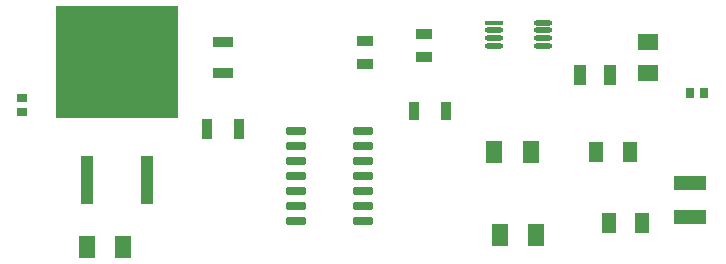
<source format=gtp>
G04*
G04 #@! TF.GenerationSoftware,Altium Limited,Altium Designer,23.1.1 (15)*
G04*
G04 Layer_Color=8421504*
%FSLAX44Y44*%
%MOMM*%
G71*
G04*
G04 #@! TF.SameCoordinates,36A7A826-306E-463F-8DB2-5D37948115DD*
G04*
G04*
G04 #@! TF.FilePolarity,Positive*
G04*
G01*
G75*
%ADD15R,1.4500X0.9500*%
G04:AMPARAMS|DCode=16|XSize=0.65mm|YSize=1.65mm|CornerRadius=0.0488mm|HoleSize=0mm|Usage=FLASHONLY|Rotation=90.000|XOffset=0mm|YOffset=0mm|HoleType=Round|Shape=RoundedRectangle|*
%AMROUNDEDRECTD16*
21,1,0.6500,1.5525,0,0,90.0*
21,1,0.5525,1.6500,0,0,90.0*
1,1,0.0975,0.7763,0.2763*
1,1,0.0975,0.7763,-0.2763*
1,1,0.0975,-0.7763,-0.2763*
1,1,0.0975,-0.7763,0.2763*
%
%ADD16ROUNDEDRECTD16*%
%ADD17R,0.9000X1.6000*%
%ADD18R,0.9561X1.6582*%
%ADD19R,1.3561X1.8582*%
%ADD20R,1.1561X1.7582*%
%ADD21R,1.5565X0.4580*%
G04:AMPARAMS|DCode=22|XSize=1.5565mm|YSize=0.458mm|CornerRadius=0.229mm|HoleSize=0mm|Usage=FLASHONLY|Rotation=0.000|XOffset=0mm|YOffset=0mm|HoleType=Round|Shape=RoundedRectangle|*
%AMROUNDEDRECTD22*
21,1,1.5565,0.0000,0,0,0.0*
21,1,1.0985,0.4580,0,0,0.0*
1,1,0.4580,0.5493,0.0000*
1,1,0.4580,-0.5493,0.0000*
1,1,0.4580,-0.5493,0.0000*
1,1,0.4580,0.5493,0.0000*
%
%ADD22ROUNDEDRECTD22*%
%ADD23R,1.6582X0.9561*%
%ADD24R,1.0500X4.1000*%
%ADD25R,10.4500X9.6000*%
%ADD26R,0.8500X0.7500*%
%ADD27R,1.0557X1.6582*%
%ADD28R,1.8000X1.4000*%
%ADD29R,0.7581X0.8621*%
%ADD30R,2.7000X1.2000*%
D15*
X370000Y209750D02*
D03*
Y190250D02*
D03*
X320000Y204011D02*
D03*
Y184511D02*
D03*
D16*
X318250Y51900D02*
D03*
Y64600D02*
D03*
Y77300D02*
D03*
Y90000D02*
D03*
Y102700D02*
D03*
Y115400D02*
D03*
Y128100D02*
D03*
X261750Y51900D02*
D03*
Y64600D02*
D03*
Y77300D02*
D03*
Y90000D02*
D03*
Y102700D02*
D03*
Y115400D02*
D03*
Y128100D02*
D03*
D17*
X361500Y145000D02*
D03*
X388500D02*
D03*
D18*
X186739Y130000D02*
D03*
X213261D02*
D03*
D19*
X84739Y30000D02*
D03*
X115261D02*
D03*
X429739Y110000D02*
D03*
X460261D02*
D03*
X434739Y40000D02*
D03*
X465261D02*
D03*
D20*
X526478Y50000D02*
D03*
X555000D02*
D03*
X544261Y110000D02*
D03*
X515739D02*
D03*
D21*
X428992Y219750D02*
D03*
D22*
Y213250D02*
D03*
Y206750D02*
D03*
Y200250D02*
D03*
X471009D02*
D03*
Y206750D02*
D03*
Y213250D02*
D03*
Y219750D02*
D03*
D23*
X200000Y176739D02*
D03*
Y203261D02*
D03*
D24*
X84600Y86500D02*
D03*
X135400D02*
D03*
D25*
X110000Y186000D02*
D03*
D26*
X30000Y156250D02*
D03*
Y143750D02*
D03*
D27*
X527762Y175000D02*
D03*
X502238D02*
D03*
D28*
X560000Y203000D02*
D03*
Y177000D02*
D03*
D29*
X607540Y160000D02*
D03*
X595000D02*
D03*
D30*
Y55000D02*
D03*
Y84000D02*
D03*
M02*

</source>
